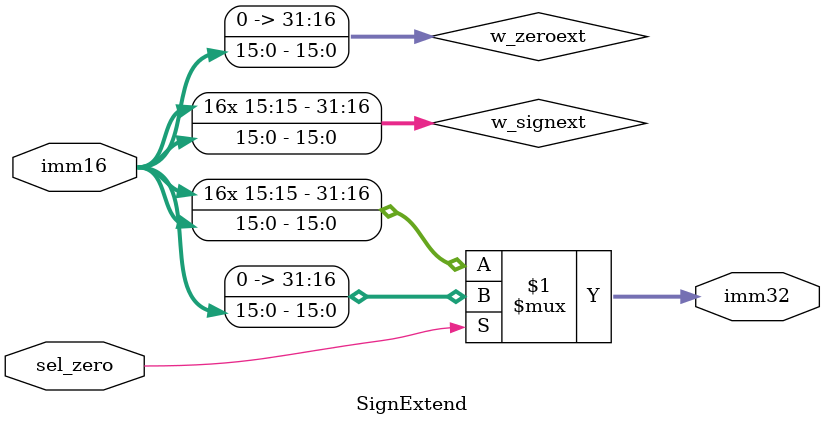
<source format=v>
module SignExtend (
    input  wire [15:0] imm16,       // 16-bit immediate input
    input  wire        sel_zero,    // 1: zero-extend, 0: sign-extend
    output wire [31:0] imm32        // 32-bit extended output
);

    // Internal extension wires
    wire [31:0] w_signext;          // sign-extended version
    wire [31:0] w_zeroext;          // zero-extended version

    // Perform sign-extension
    assign w_signext = {{16{imm16[15]}}, imm16};

    // Perform zero-extension
    assign w_zeroext = {16'b0, imm16};

    // Select between sign- and zero-extension
    assign imm32 = sel_zero ? w_zeroext : w_signext;

endmodule

</source>
